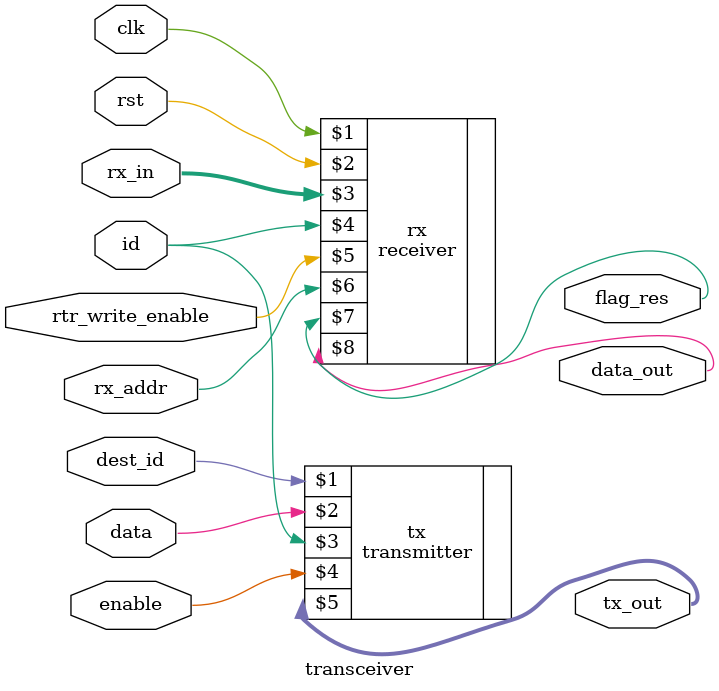
<source format=sv>
`include "../Transmitter/transmitter.sv"
`include "../Receiver/receiver.sv"

module transceiver
#(
	parameter ID_WIDTH = 1,
	parameter DATA_WIDTH = 1,
	parameter WIDTH = 1
)
(
	// transmitter
	input logic [ID_WIDTH - 1:0] dest_id,		// RD2
        input logic [DATA_WIDTH - 1:0] data,		// from data memory
        input logic enable,				// control signal
        output logic [ID_WIDTH + DATA_WIDTH + ID_WIDTH- 1:0] tx_out,	// output packet
	// receiver
	input logic clk,
        input logic rst,
        input logic [ID_WIDTH + DATA_WIDTH + ID_WIDTH - 1:0] rx_in,	// received packet
        input logic rtr_write_enable,			// control signal
        input logic [ID_WIDTH - 1:0] rx_addr,		// address you wish to check
        output logic [WIDTH - 1:0] flag_res,		// flag to see if the data has arrived
        output logic [DATA_WIDTH - 1:0] data_out,	// data read from rx_addr
	// common
	input logic [ID_WIDTH - 1:0] id		// from reg1 which holds the id
);

	// transmitter
	transmitter #(ID_WIDTH, DATA_WIDTH) tx(dest_id,
					       data,
				       	       id, 
				       	       enable,
				       	       tx_out);
	
	// receiver
	receiver #(ID_WIDTH, DATA_WIDTH, WIDTH) rx(clk,
        					   rst,
        					   rx_in,
        					   id,
        					   rtr_write_enable,
        					   rx_addr,
        					   flag_res,
        					   data_out);

endmodule

</source>
